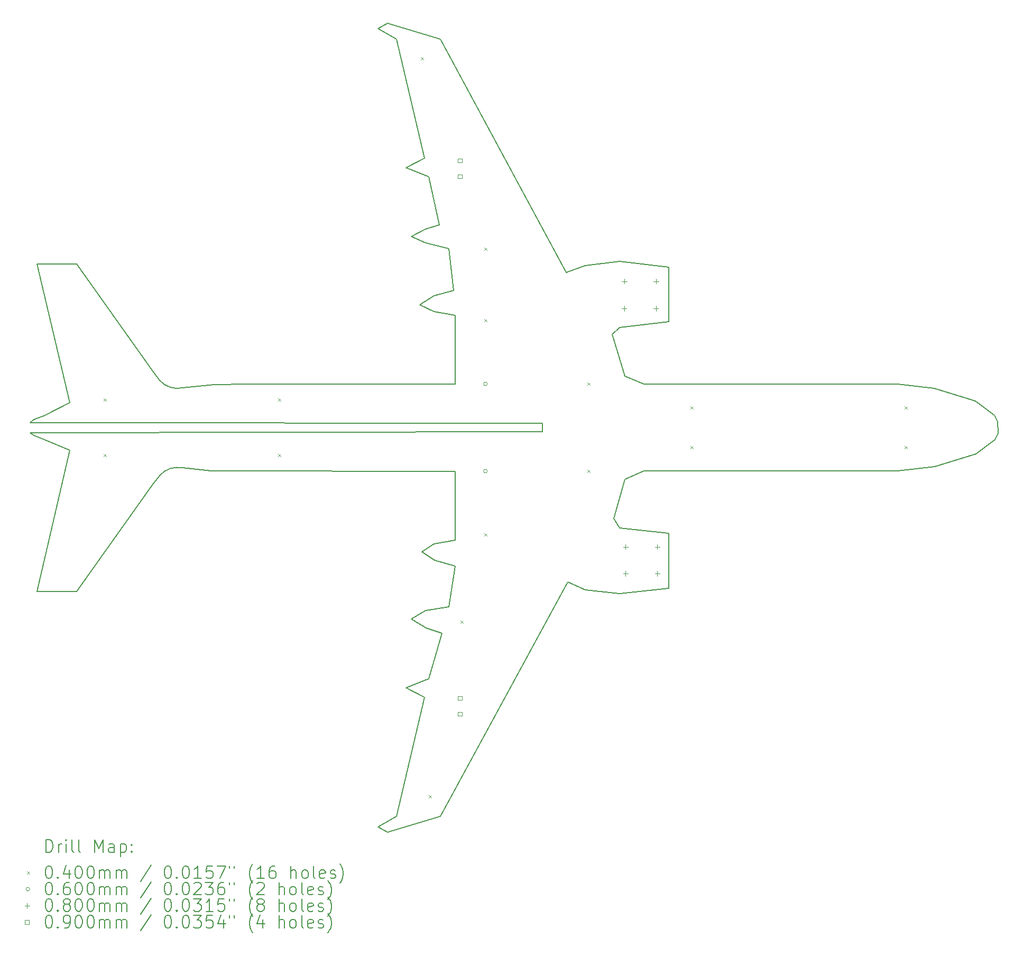
<source format=gbr>
%TF.GenerationSoftware,KiCad,Pcbnew,7.0.10*%
%TF.CreationDate,2024-11-15T17:16:00-05:00*%
%TF.ProjectId,plane,706c616e-652e-46b6-9963-61645f706362,rev?*%
%TF.SameCoordinates,Original*%
%TF.FileFunction,Drillmap*%
%TF.FilePolarity,Positive*%
%FSLAX45Y45*%
G04 Gerber Fmt 4.5, Leading zero omitted, Abs format (unit mm)*
G04 Created by KiCad (PCBNEW 7.0.10) date 2024-11-15 17:16:00*
%MOMM*%
%LPD*%
G01*
G04 APERTURE LIST*
%ADD10C,0.200000*%
%ADD11C,0.100000*%
G04 APERTURE END LIST*
D10*
X10819882Y-12324055D02*
X10819903Y-12190717D01*
X9002465Y-16273703D02*
X9207722Y-15548977D01*
X9207722Y-15548977D02*
X8955581Y-15466344D01*
X8718504Y-15319628D02*
X8955581Y-15466344D01*
X8943922Y-15187487D02*
X8718504Y-15319628D01*
X9424710Y-14056897D02*
X9086332Y-14117476D01*
X8890000Y-14243999D02*
X9086332Y-14117476D01*
X8890000Y-14243999D02*
X9088212Y-14382941D01*
X9425343Y-14471385D02*
X9088212Y-14382941D01*
X17097157Y-12880245D02*
X16509629Y-12953892D01*
X17757557Y-12677045D02*
X17097157Y-12880245D01*
X18113157Y-12346845D02*
X18062357Y-12448445D01*
X18062357Y-12448445D02*
X17757557Y-12677045D01*
X18110200Y-12166600D02*
X18113157Y-12346845D01*
X11938000Y-10769600D02*
X12052594Y-10657862D01*
X12137883Y-11433857D02*
X11938000Y-10769600D01*
X12839406Y-9691047D02*
X12052594Y-9600974D01*
X12839406Y-9691047D02*
X12839406Y-10565281D01*
X9002465Y-8244788D02*
X9169400Y-9017000D01*
X8949255Y-9084762D02*
X9169400Y-9017000D01*
X9086332Y-10150111D02*
X9392284Y-10059384D01*
X9086332Y-10150111D02*
X9086332Y-10150111D01*
X8855021Y-10294732D02*
X9086332Y-10401015D01*
X8855021Y-10294732D02*
X9086332Y-10150111D01*
X9424710Y-12959291D02*
X5511800Y-12949106D01*
X18059400Y-12065000D02*
X18110200Y-12166600D01*
X17754600Y-11836400D02*
X18059400Y-12065000D01*
X17094200Y-11633200D02*
X17754600Y-11836400D01*
X16509629Y-11564599D02*
X17094200Y-11633200D01*
X8631209Y-16421905D02*
X9002465Y-16273703D01*
X4691697Y-11504315D02*
X4583109Y-11368683D01*
X3251200Y-12623800D02*
X2840232Y-12453294D01*
X4691695Y-11504317D02*
G75*
G03*
X5052560Y-11621402I280255J249117D01*
G01*
X2728726Y-9639693D02*
X3251200Y-11861800D01*
X16469763Y-12954000D02*
X16490957Y-12953994D01*
X16509629Y-12953892D01*
X8718504Y-9198862D02*
X8949255Y-9300703D01*
X5511800Y-12949106D02*
X5054600Y-12903200D01*
X8188468Y-5869520D02*
X8482041Y-6042994D01*
X11201400Y-9779000D02*
X11502740Y-9665673D01*
X12839406Y-10565281D02*
X12052594Y-10657862D01*
X3357337Y-9639693D02*
X4583109Y-11368683D01*
X2728726Y-14878798D02*
X3251200Y-12623800D01*
X9424710Y-10461593D02*
X9086332Y-10401015D01*
X9424710Y-14056897D02*
X9424710Y-12959291D01*
X12839406Y-13953210D02*
X12052594Y-13860629D01*
X8943922Y-15187487D02*
X9322726Y-15126101D01*
X8335255Y-18730080D02*
X9182612Y-18475496D01*
X2728726Y-14878798D02*
X3357337Y-14878798D01*
X3357337Y-14878798D02*
X4583109Y-13149808D01*
X6106164Y-11559200D02*
X5561418Y-11574031D01*
X8932251Y-16570762D02*
X8631209Y-16421905D01*
X9424710Y-10461593D02*
X9424710Y-11559200D01*
X3251200Y-11861800D02*
X2835529Y-12066544D01*
X12839406Y-14827444D02*
X12839406Y-13953210D01*
X8482041Y-18475496D02*
X8932251Y-16570762D01*
X11226800Y-14732000D02*
X11502740Y-14852818D01*
X8949255Y-9084762D02*
X8718504Y-9198862D01*
X2835529Y-12066544D02*
X2675948Y-12133115D01*
X16469763Y-11564491D02*
X16490957Y-11564497D01*
X16509629Y-11564599D01*
X2618178Y-12340709D02*
X10819882Y-12324055D01*
X2728726Y-9639693D02*
X3357337Y-9639693D01*
X4693737Y-13020287D02*
X4583109Y-13149808D01*
X5054600Y-12903202D02*
G75*
G03*
X4693737Y-13020287I-80610J-366198D01*
G01*
X5561418Y-11574031D02*
X5052560Y-11621402D01*
X9392284Y-10059384D02*
X9322726Y-9392390D01*
X11502740Y-14852818D02*
X12052594Y-14917517D01*
X8932251Y-7947729D02*
X8631209Y-8096586D01*
X11502740Y-9665673D02*
X12052594Y-9600974D01*
X8188468Y-5869520D02*
X8335255Y-5788411D01*
X12052594Y-13860629D02*
X11963400Y-13716000D01*
X2674222Y-12384041D02*
X2840232Y-12453294D01*
X12137883Y-11433857D02*
X12446000Y-11564491D01*
X11963400Y-13716000D02*
X12137883Y-13084633D01*
X8188468Y-18648971D02*
X8335255Y-18730080D01*
X9425343Y-14471385D02*
X9322726Y-15126101D01*
X9182612Y-6042994D02*
X11201400Y-9779000D01*
X12052594Y-14917517D02*
X12839406Y-14827444D01*
X2675948Y-12133115D02*
X2616979Y-12178709D01*
X8482041Y-6042994D02*
X8932251Y-7947729D01*
X9182612Y-18475496D02*
X11226800Y-14732000D01*
X12446000Y-11564491D02*
X16469763Y-11564491D01*
X8949255Y-9300703D02*
X9322726Y-9392390D01*
X12446000Y-12954000D02*
X16469763Y-12954000D01*
X8335255Y-5788411D02*
X9182612Y-6042994D01*
X2618178Y-12340709D02*
X2674222Y-12384041D01*
X2616979Y-12178709D02*
X10819903Y-12190717D01*
X12137883Y-13084633D02*
X12446000Y-12954000D01*
X8631209Y-8096586D02*
X9002465Y-8244788D01*
X9424710Y-11559200D02*
X6106164Y-11559200D01*
X8188468Y-18648971D02*
X8482041Y-18475496D01*
D11*
X3790000Y-11791000D02*
X3830000Y-11831000D01*
X3830000Y-11791000D02*
X3790000Y-11831000D01*
X3790000Y-12680000D02*
X3830000Y-12720000D01*
X3830000Y-12680000D02*
X3790000Y-12720000D01*
X6584000Y-11791000D02*
X6624000Y-11831000D01*
X6624000Y-11791000D02*
X6584000Y-11831000D01*
X6584000Y-12680000D02*
X6624000Y-12720000D01*
X6624000Y-12680000D02*
X6584000Y-12720000D01*
X8870000Y-6330000D02*
X8910000Y-6370000D01*
X8910000Y-6330000D02*
X8870000Y-6370000D01*
X8997000Y-18141000D02*
X9037000Y-18181000D01*
X9037000Y-18141000D02*
X8997000Y-18181000D01*
X9505000Y-15347000D02*
X9545000Y-15387000D01*
X9545000Y-15347000D02*
X9505000Y-15387000D01*
X9886000Y-9378000D02*
X9926000Y-9418000D01*
X9926000Y-9378000D02*
X9886000Y-9418000D01*
X9886000Y-10521000D02*
X9926000Y-10561000D01*
X9926000Y-10521000D02*
X9886000Y-10561000D01*
X9886000Y-13950000D02*
X9926000Y-13990000D01*
X9926000Y-13950000D02*
X9886000Y-13990000D01*
X11537000Y-11537000D02*
X11577000Y-11577000D01*
X11577000Y-11537000D02*
X11537000Y-11577000D01*
X11537000Y-12934000D02*
X11577000Y-12974000D01*
X11577000Y-12934000D02*
X11537000Y-12974000D01*
X13188000Y-11918000D02*
X13228000Y-11958000D01*
X13228000Y-11918000D02*
X13188000Y-11958000D01*
X13188000Y-12553000D02*
X13228000Y-12593000D01*
X13228000Y-12553000D02*
X13188000Y-12593000D01*
X16617000Y-11918000D02*
X16657000Y-11958000D01*
X16657000Y-11918000D02*
X16617000Y-11958000D01*
X16617000Y-12553000D02*
X16657000Y-12593000D01*
X16657000Y-12553000D02*
X16617000Y-12593000D01*
X9936000Y-11557000D02*
G75*
G03*
X9876000Y-11557000I-30000J0D01*
G01*
X9876000Y-11557000D02*
G75*
G03*
X9936000Y-11557000I30000J0D01*
G01*
X9936000Y-12954000D02*
G75*
G03*
X9876000Y-12954000I-30000J0D01*
G01*
X9876000Y-12954000D02*
G75*
G03*
X9936000Y-12954000I30000J0D01*
G01*
X12128500Y-10310500D02*
X12128500Y-10390500D01*
X12088500Y-10350500D02*
X12168500Y-10350500D01*
X12131616Y-9875509D02*
X12131616Y-9955509D01*
X12091616Y-9915509D02*
X12171616Y-9915509D01*
X12150664Y-14554363D02*
X12150664Y-14634363D01*
X12110664Y-14594363D02*
X12190664Y-14594363D01*
X12150679Y-14127338D02*
X12150679Y-14207338D01*
X12110679Y-14167338D02*
X12190679Y-14167338D01*
X12636500Y-10310500D02*
X12636500Y-10390500D01*
X12596500Y-10350500D02*
X12676500Y-10350500D01*
X12639616Y-9875509D02*
X12639616Y-9955509D01*
X12599616Y-9915509D02*
X12679616Y-9915509D01*
X12658664Y-14554363D02*
X12658664Y-14634363D01*
X12618664Y-14594363D02*
X12698664Y-14594363D01*
X12658679Y-14127338D02*
X12658679Y-14207338D01*
X12618679Y-14167338D02*
X12698679Y-14167338D01*
X9531420Y-8014610D02*
X9531420Y-7950969D01*
X9467780Y-7950969D01*
X9467780Y-8014610D01*
X9531420Y-8014610D01*
X9531420Y-8268610D02*
X9531420Y-8204969D01*
X9467780Y-8204969D01*
X9467780Y-8268610D01*
X9531420Y-8268610D01*
X9531420Y-16618020D02*
X9531420Y-16554380D01*
X9467780Y-16554380D01*
X9467780Y-16618020D01*
X9531420Y-16618020D01*
X9531420Y-16872020D02*
X9531420Y-16808380D01*
X9467780Y-16808380D01*
X9467780Y-16872020D01*
X9531420Y-16872020D01*
D10*
X2867755Y-19051564D02*
X2867755Y-18851564D01*
X2867755Y-18851564D02*
X2915374Y-18851564D01*
X2915374Y-18851564D02*
X2943946Y-18861088D01*
X2943946Y-18861088D02*
X2962994Y-18880135D01*
X2962994Y-18880135D02*
X2972517Y-18899183D01*
X2972517Y-18899183D02*
X2982041Y-18937278D01*
X2982041Y-18937278D02*
X2982041Y-18965849D01*
X2982041Y-18965849D02*
X2972517Y-19003945D01*
X2972517Y-19003945D02*
X2962994Y-19022992D01*
X2962994Y-19022992D02*
X2943946Y-19042040D01*
X2943946Y-19042040D02*
X2915374Y-19051564D01*
X2915374Y-19051564D02*
X2867755Y-19051564D01*
X3067755Y-19051564D02*
X3067755Y-18918230D01*
X3067755Y-18956326D02*
X3077279Y-18937278D01*
X3077279Y-18937278D02*
X3086803Y-18927754D01*
X3086803Y-18927754D02*
X3105851Y-18918230D01*
X3105851Y-18918230D02*
X3124898Y-18918230D01*
X3191565Y-19051564D02*
X3191565Y-18918230D01*
X3191565Y-18851564D02*
X3182041Y-18861088D01*
X3182041Y-18861088D02*
X3191565Y-18870611D01*
X3191565Y-18870611D02*
X3201089Y-18861088D01*
X3201089Y-18861088D02*
X3191565Y-18851564D01*
X3191565Y-18851564D02*
X3191565Y-18870611D01*
X3315374Y-19051564D02*
X3296327Y-19042040D01*
X3296327Y-19042040D02*
X3286803Y-19022992D01*
X3286803Y-19022992D02*
X3286803Y-18851564D01*
X3420136Y-19051564D02*
X3401089Y-19042040D01*
X3401089Y-19042040D02*
X3391565Y-19022992D01*
X3391565Y-19022992D02*
X3391565Y-18851564D01*
X3648708Y-19051564D02*
X3648708Y-18851564D01*
X3648708Y-18851564D02*
X3715375Y-18994421D01*
X3715375Y-18994421D02*
X3782041Y-18851564D01*
X3782041Y-18851564D02*
X3782041Y-19051564D01*
X3962994Y-19051564D02*
X3962994Y-18946802D01*
X3962994Y-18946802D02*
X3953470Y-18927754D01*
X3953470Y-18927754D02*
X3934422Y-18918230D01*
X3934422Y-18918230D02*
X3896327Y-18918230D01*
X3896327Y-18918230D02*
X3877279Y-18927754D01*
X3962994Y-19042040D02*
X3943946Y-19051564D01*
X3943946Y-19051564D02*
X3896327Y-19051564D01*
X3896327Y-19051564D02*
X3877279Y-19042040D01*
X3877279Y-19042040D02*
X3867755Y-19022992D01*
X3867755Y-19022992D02*
X3867755Y-19003945D01*
X3867755Y-19003945D02*
X3877279Y-18984897D01*
X3877279Y-18984897D02*
X3896327Y-18975373D01*
X3896327Y-18975373D02*
X3943946Y-18975373D01*
X3943946Y-18975373D02*
X3962994Y-18965849D01*
X4058232Y-18918230D02*
X4058232Y-19118230D01*
X4058232Y-18927754D02*
X4077279Y-18918230D01*
X4077279Y-18918230D02*
X4115375Y-18918230D01*
X4115375Y-18918230D02*
X4134422Y-18927754D01*
X4134422Y-18927754D02*
X4143946Y-18937278D01*
X4143946Y-18937278D02*
X4153470Y-18956326D01*
X4153470Y-18956326D02*
X4153470Y-19013468D01*
X4153470Y-19013468D02*
X4143946Y-19032516D01*
X4143946Y-19032516D02*
X4134422Y-19042040D01*
X4134422Y-19042040D02*
X4115375Y-19051564D01*
X4115375Y-19051564D02*
X4077279Y-19051564D01*
X4077279Y-19051564D02*
X4058232Y-19042040D01*
X4239184Y-19032516D02*
X4248708Y-19042040D01*
X4248708Y-19042040D02*
X4239184Y-19051564D01*
X4239184Y-19051564D02*
X4229660Y-19042040D01*
X4229660Y-19042040D02*
X4239184Y-19032516D01*
X4239184Y-19032516D02*
X4239184Y-19051564D01*
X4239184Y-18927754D02*
X4248708Y-18937278D01*
X4248708Y-18937278D02*
X4239184Y-18946802D01*
X4239184Y-18946802D02*
X4229660Y-18937278D01*
X4229660Y-18937278D02*
X4239184Y-18927754D01*
X4239184Y-18927754D02*
X4239184Y-18946802D01*
D11*
X2566979Y-19360080D02*
X2606979Y-19400080D01*
X2606979Y-19360080D02*
X2566979Y-19400080D01*
D10*
X2905851Y-19271564D02*
X2924898Y-19271564D01*
X2924898Y-19271564D02*
X2943946Y-19281088D01*
X2943946Y-19281088D02*
X2953470Y-19290611D01*
X2953470Y-19290611D02*
X2962994Y-19309659D01*
X2962994Y-19309659D02*
X2972517Y-19347754D01*
X2972517Y-19347754D02*
X2972517Y-19395373D01*
X2972517Y-19395373D02*
X2962994Y-19433468D01*
X2962994Y-19433468D02*
X2953470Y-19452516D01*
X2953470Y-19452516D02*
X2943946Y-19462040D01*
X2943946Y-19462040D02*
X2924898Y-19471564D01*
X2924898Y-19471564D02*
X2905851Y-19471564D01*
X2905851Y-19471564D02*
X2886803Y-19462040D01*
X2886803Y-19462040D02*
X2877279Y-19452516D01*
X2877279Y-19452516D02*
X2867755Y-19433468D01*
X2867755Y-19433468D02*
X2858232Y-19395373D01*
X2858232Y-19395373D02*
X2858232Y-19347754D01*
X2858232Y-19347754D02*
X2867755Y-19309659D01*
X2867755Y-19309659D02*
X2877279Y-19290611D01*
X2877279Y-19290611D02*
X2886803Y-19281088D01*
X2886803Y-19281088D02*
X2905851Y-19271564D01*
X3058232Y-19452516D02*
X3067755Y-19462040D01*
X3067755Y-19462040D02*
X3058232Y-19471564D01*
X3058232Y-19471564D02*
X3048708Y-19462040D01*
X3048708Y-19462040D02*
X3058232Y-19452516D01*
X3058232Y-19452516D02*
X3058232Y-19471564D01*
X3239184Y-19338230D02*
X3239184Y-19471564D01*
X3191565Y-19262040D02*
X3143946Y-19404897D01*
X3143946Y-19404897D02*
X3267755Y-19404897D01*
X3382041Y-19271564D02*
X3401089Y-19271564D01*
X3401089Y-19271564D02*
X3420136Y-19281088D01*
X3420136Y-19281088D02*
X3429660Y-19290611D01*
X3429660Y-19290611D02*
X3439184Y-19309659D01*
X3439184Y-19309659D02*
X3448708Y-19347754D01*
X3448708Y-19347754D02*
X3448708Y-19395373D01*
X3448708Y-19395373D02*
X3439184Y-19433468D01*
X3439184Y-19433468D02*
X3429660Y-19452516D01*
X3429660Y-19452516D02*
X3420136Y-19462040D01*
X3420136Y-19462040D02*
X3401089Y-19471564D01*
X3401089Y-19471564D02*
X3382041Y-19471564D01*
X3382041Y-19471564D02*
X3362994Y-19462040D01*
X3362994Y-19462040D02*
X3353470Y-19452516D01*
X3353470Y-19452516D02*
X3343946Y-19433468D01*
X3343946Y-19433468D02*
X3334422Y-19395373D01*
X3334422Y-19395373D02*
X3334422Y-19347754D01*
X3334422Y-19347754D02*
X3343946Y-19309659D01*
X3343946Y-19309659D02*
X3353470Y-19290611D01*
X3353470Y-19290611D02*
X3362994Y-19281088D01*
X3362994Y-19281088D02*
X3382041Y-19271564D01*
X3572517Y-19271564D02*
X3591565Y-19271564D01*
X3591565Y-19271564D02*
X3610613Y-19281088D01*
X3610613Y-19281088D02*
X3620136Y-19290611D01*
X3620136Y-19290611D02*
X3629660Y-19309659D01*
X3629660Y-19309659D02*
X3639184Y-19347754D01*
X3639184Y-19347754D02*
X3639184Y-19395373D01*
X3639184Y-19395373D02*
X3629660Y-19433468D01*
X3629660Y-19433468D02*
X3620136Y-19452516D01*
X3620136Y-19452516D02*
X3610613Y-19462040D01*
X3610613Y-19462040D02*
X3591565Y-19471564D01*
X3591565Y-19471564D02*
X3572517Y-19471564D01*
X3572517Y-19471564D02*
X3553470Y-19462040D01*
X3553470Y-19462040D02*
X3543946Y-19452516D01*
X3543946Y-19452516D02*
X3534422Y-19433468D01*
X3534422Y-19433468D02*
X3524898Y-19395373D01*
X3524898Y-19395373D02*
X3524898Y-19347754D01*
X3524898Y-19347754D02*
X3534422Y-19309659D01*
X3534422Y-19309659D02*
X3543946Y-19290611D01*
X3543946Y-19290611D02*
X3553470Y-19281088D01*
X3553470Y-19281088D02*
X3572517Y-19271564D01*
X3724898Y-19471564D02*
X3724898Y-19338230D01*
X3724898Y-19357278D02*
X3734422Y-19347754D01*
X3734422Y-19347754D02*
X3753470Y-19338230D01*
X3753470Y-19338230D02*
X3782041Y-19338230D01*
X3782041Y-19338230D02*
X3801089Y-19347754D01*
X3801089Y-19347754D02*
X3810613Y-19366802D01*
X3810613Y-19366802D02*
X3810613Y-19471564D01*
X3810613Y-19366802D02*
X3820136Y-19347754D01*
X3820136Y-19347754D02*
X3839184Y-19338230D01*
X3839184Y-19338230D02*
X3867755Y-19338230D01*
X3867755Y-19338230D02*
X3886803Y-19347754D01*
X3886803Y-19347754D02*
X3896327Y-19366802D01*
X3896327Y-19366802D02*
X3896327Y-19471564D01*
X3991565Y-19471564D02*
X3991565Y-19338230D01*
X3991565Y-19357278D02*
X4001089Y-19347754D01*
X4001089Y-19347754D02*
X4020136Y-19338230D01*
X4020136Y-19338230D02*
X4048708Y-19338230D01*
X4048708Y-19338230D02*
X4067756Y-19347754D01*
X4067756Y-19347754D02*
X4077279Y-19366802D01*
X4077279Y-19366802D02*
X4077279Y-19471564D01*
X4077279Y-19366802D02*
X4086803Y-19347754D01*
X4086803Y-19347754D02*
X4105851Y-19338230D01*
X4105851Y-19338230D02*
X4134422Y-19338230D01*
X4134422Y-19338230D02*
X4153470Y-19347754D01*
X4153470Y-19347754D02*
X4162994Y-19366802D01*
X4162994Y-19366802D02*
X4162994Y-19471564D01*
X4553470Y-19262040D02*
X4382041Y-19519183D01*
X4810613Y-19271564D02*
X4829661Y-19271564D01*
X4829661Y-19271564D02*
X4848708Y-19281088D01*
X4848708Y-19281088D02*
X4858232Y-19290611D01*
X4858232Y-19290611D02*
X4867756Y-19309659D01*
X4867756Y-19309659D02*
X4877280Y-19347754D01*
X4877280Y-19347754D02*
X4877280Y-19395373D01*
X4877280Y-19395373D02*
X4867756Y-19433468D01*
X4867756Y-19433468D02*
X4858232Y-19452516D01*
X4858232Y-19452516D02*
X4848708Y-19462040D01*
X4848708Y-19462040D02*
X4829661Y-19471564D01*
X4829661Y-19471564D02*
X4810613Y-19471564D01*
X4810613Y-19471564D02*
X4791565Y-19462040D01*
X4791565Y-19462040D02*
X4782041Y-19452516D01*
X4782041Y-19452516D02*
X4772518Y-19433468D01*
X4772518Y-19433468D02*
X4762994Y-19395373D01*
X4762994Y-19395373D02*
X4762994Y-19347754D01*
X4762994Y-19347754D02*
X4772518Y-19309659D01*
X4772518Y-19309659D02*
X4782041Y-19290611D01*
X4782041Y-19290611D02*
X4791565Y-19281088D01*
X4791565Y-19281088D02*
X4810613Y-19271564D01*
X4962994Y-19452516D02*
X4972518Y-19462040D01*
X4972518Y-19462040D02*
X4962994Y-19471564D01*
X4962994Y-19471564D02*
X4953470Y-19462040D01*
X4953470Y-19462040D02*
X4962994Y-19452516D01*
X4962994Y-19452516D02*
X4962994Y-19471564D01*
X5096327Y-19271564D02*
X5115375Y-19271564D01*
X5115375Y-19271564D02*
X5134422Y-19281088D01*
X5134422Y-19281088D02*
X5143946Y-19290611D01*
X5143946Y-19290611D02*
X5153470Y-19309659D01*
X5153470Y-19309659D02*
X5162994Y-19347754D01*
X5162994Y-19347754D02*
X5162994Y-19395373D01*
X5162994Y-19395373D02*
X5153470Y-19433468D01*
X5153470Y-19433468D02*
X5143946Y-19452516D01*
X5143946Y-19452516D02*
X5134422Y-19462040D01*
X5134422Y-19462040D02*
X5115375Y-19471564D01*
X5115375Y-19471564D02*
X5096327Y-19471564D01*
X5096327Y-19471564D02*
X5077280Y-19462040D01*
X5077280Y-19462040D02*
X5067756Y-19452516D01*
X5067756Y-19452516D02*
X5058232Y-19433468D01*
X5058232Y-19433468D02*
X5048708Y-19395373D01*
X5048708Y-19395373D02*
X5048708Y-19347754D01*
X5048708Y-19347754D02*
X5058232Y-19309659D01*
X5058232Y-19309659D02*
X5067756Y-19290611D01*
X5067756Y-19290611D02*
X5077280Y-19281088D01*
X5077280Y-19281088D02*
X5096327Y-19271564D01*
X5353470Y-19471564D02*
X5239184Y-19471564D01*
X5296327Y-19471564D02*
X5296327Y-19271564D01*
X5296327Y-19271564D02*
X5277280Y-19300135D01*
X5277280Y-19300135D02*
X5258232Y-19319183D01*
X5258232Y-19319183D02*
X5239184Y-19328707D01*
X5534422Y-19271564D02*
X5439184Y-19271564D01*
X5439184Y-19271564D02*
X5429661Y-19366802D01*
X5429661Y-19366802D02*
X5439184Y-19357278D01*
X5439184Y-19357278D02*
X5458232Y-19347754D01*
X5458232Y-19347754D02*
X5505851Y-19347754D01*
X5505851Y-19347754D02*
X5524899Y-19357278D01*
X5524899Y-19357278D02*
X5534422Y-19366802D01*
X5534422Y-19366802D02*
X5543946Y-19385849D01*
X5543946Y-19385849D02*
X5543946Y-19433468D01*
X5543946Y-19433468D02*
X5534422Y-19452516D01*
X5534422Y-19452516D02*
X5524899Y-19462040D01*
X5524899Y-19462040D02*
X5505851Y-19471564D01*
X5505851Y-19471564D02*
X5458232Y-19471564D01*
X5458232Y-19471564D02*
X5439184Y-19462040D01*
X5439184Y-19462040D02*
X5429661Y-19452516D01*
X5610613Y-19271564D02*
X5743946Y-19271564D01*
X5743946Y-19271564D02*
X5658232Y-19471564D01*
X5810613Y-19271564D02*
X5810613Y-19309659D01*
X5886803Y-19271564D02*
X5886803Y-19309659D01*
X6182042Y-19547754D02*
X6172518Y-19538230D01*
X6172518Y-19538230D02*
X6153470Y-19509659D01*
X6153470Y-19509659D02*
X6143946Y-19490611D01*
X6143946Y-19490611D02*
X6134422Y-19462040D01*
X6134422Y-19462040D02*
X6124899Y-19414421D01*
X6124899Y-19414421D02*
X6124899Y-19376326D01*
X6124899Y-19376326D02*
X6134422Y-19328707D01*
X6134422Y-19328707D02*
X6143946Y-19300135D01*
X6143946Y-19300135D02*
X6153470Y-19281088D01*
X6153470Y-19281088D02*
X6172518Y-19252516D01*
X6172518Y-19252516D02*
X6182042Y-19242992D01*
X6362994Y-19471564D02*
X6248708Y-19471564D01*
X6305851Y-19471564D02*
X6305851Y-19271564D01*
X6305851Y-19271564D02*
X6286803Y-19300135D01*
X6286803Y-19300135D02*
X6267756Y-19319183D01*
X6267756Y-19319183D02*
X6248708Y-19328707D01*
X6534422Y-19271564D02*
X6496327Y-19271564D01*
X6496327Y-19271564D02*
X6477280Y-19281088D01*
X6477280Y-19281088D02*
X6467756Y-19290611D01*
X6467756Y-19290611D02*
X6448708Y-19319183D01*
X6448708Y-19319183D02*
X6439184Y-19357278D01*
X6439184Y-19357278D02*
X6439184Y-19433468D01*
X6439184Y-19433468D02*
X6448708Y-19452516D01*
X6448708Y-19452516D02*
X6458232Y-19462040D01*
X6458232Y-19462040D02*
X6477280Y-19471564D01*
X6477280Y-19471564D02*
X6515375Y-19471564D01*
X6515375Y-19471564D02*
X6534422Y-19462040D01*
X6534422Y-19462040D02*
X6543946Y-19452516D01*
X6543946Y-19452516D02*
X6553470Y-19433468D01*
X6553470Y-19433468D02*
X6553470Y-19385849D01*
X6553470Y-19385849D02*
X6543946Y-19366802D01*
X6543946Y-19366802D02*
X6534422Y-19357278D01*
X6534422Y-19357278D02*
X6515375Y-19347754D01*
X6515375Y-19347754D02*
X6477280Y-19347754D01*
X6477280Y-19347754D02*
X6458232Y-19357278D01*
X6458232Y-19357278D02*
X6448708Y-19366802D01*
X6448708Y-19366802D02*
X6439184Y-19385849D01*
X6791565Y-19471564D02*
X6791565Y-19271564D01*
X6877280Y-19471564D02*
X6877280Y-19366802D01*
X6877280Y-19366802D02*
X6867756Y-19347754D01*
X6867756Y-19347754D02*
X6848708Y-19338230D01*
X6848708Y-19338230D02*
X6820137Y-19338230D01*
X6820137Y-19338230D02*
X6801089Y-19347754D01*
X6801089Y-19347754D02*
X6791565Y-19357278D01*
X7001089Y-19471564D02*
X6982042Y-19462040D01*
X6982042Y-19462040D02*
X6972518Y-19452516D01*
X6972518Y-19452516D02*
X6962994Y-19433468D01*
X6962994Y-19433468D02*
X6962994Y-19376326D01*
X6962994Y-19376326D02*
X6972518Y-19357278D01*
X6972518Y-19357278D02*
X6982042Y-19347754D01*
X6982042Y-19347754D02*
X7001089Y-19338230D01*
X7001089Y-19338230D02*
X7029661Y-19338230D01*
X7029661Y-19338230D02*
X7048708Y-19347754D01*
X7048708Y-19347754D02*
X7058232Y-19357278D01*
X7058232Y-19357278D02*
X7067756Y-19376326D01*
X7067756Y-19376326D02*
X7067756Y-19433468D01*
X7067756Y-19433468D02*
X7058232Y-19452516D01*
X7058232Y-19452516D02*
X7048708Y-19462040D01*
X7048708Y-19462040D02*
X7029661Y-19471564D01*
X7029661Y-19471564D02*
X7001089Y-19471564D01*
X7182042Y-19471564D02*
X7162994Y-19462040D01*
X7162994Y-19462040D02*
X7153470Y-19442992D01*
X7153470Y-19442992D02*
X7153470Y-19271564D01*
X7334423Y-19462040D02*
X7315375Y-19471564D01*
X7315375Y-19471564D02*
X7277280Y-19471564D01*
X7277280Y-19471564D02*
X7258232Y-19462040D01*
X7258232Y-19462040D02*
X7248708Y-19442992D01*
X7248708Y-19442992D02*
X7248708Y-19366802D01*
X7248708Y-19366802D02*
X7258232Y-19347754D01*
X7258232Y-19347754D02*
X7277280Y-19338230D01*
X7277280Y-19338230D02*
X7315375Y-19338230D01*
X7315375Y-19338230D02*
X7334423Y-19347754D01*
X7334423Y-19347754D02*
X7343946Y-19366802D01*
X7343946Y-19366802D02*
X7343946Y-19385849D01*
X7343946Y-19385849D02*
X7248708Y-19404897D01*
X7420137Y-19462040D02*
X7439184Y-19471564D01*
X7439184Y-19471564D02*
X7477280Y-19471564D01*
X7477280Y-19471564D02*
X7496327Y-19462040D01*
X7496327Y-19462040D02*
X7505851Y-19442992D01*
X7505851Y-19442992D02*
X7505851Y-19433468D01*
X7505851Y-19433468D02*
X7496327Y-19414421D01*
X7496327Y-19414421D02*
X7477280Y-19404897D01*
X7477280Y-19404897D02*
X7448708Y-19404897D01*
X7448708Y-19404897D02*
X7429661Y-19395373D01*
X7429661Y-19395373D02*
X7420137Y-19376326D01*
X7420137Y-19376326D02*
X7420137Y-19366802D01*
X7420137Y-19366802D02*
X7429661Y-19347754D01*
X7429661Y-19347754D02*
X7448708Y-19338230D01*
X7448708Y-19338230D02*
X7477280Y-19338230D01*
X7477280Y-19338230D02*
X7496327Y-19347754D01*
X7572518Y-19547754D02*
X7582042Y-19538230D01*
X7582042Y-19538230D02*
X7601089Y-19509659D01*
X7601089Y-19509659D02*
X7610613Y-19490611D01*
X7610613Y-19490611D02*
X7620137Y-19462040D01*
X7620137Y-19462040D02*
X7629661Y-19414421D01*
X7629661Y-19414421D02*
X7629661Y-19376326D01*
X7629661Y-19376326D02*
X7620137Y-19328707D01*
X7620137Y-19328707D02*
X7610613Y-19300135D01*
X7610613Y-19300135D02*
X7601089Y-19281088D01*
X7601089Y-19281088D02*
X7582042Y-19252516D01*
X7582042Y-19252516D02*
X7572518Y-19242992D01*
D11*
X2606979Y-19644080D02*
G75*
G03*
X2546979Y-19644080I-30000J0D01*
G01*
X2546979Y-19644080D02*
G75*
G03*
X2606979Y-19644080I30000J0D01*
G01*
D10*
X2905851Y-19535564D02*
X2924898Y-19535564D01*
X2924898Y-19535564D02*
X2943946Y-19545088D01*
X2943946Y-19545088D02*
X2953470Y-19554611D01*
X2953470Y-19554611D02*
X2962994Y-19573659D01*
X2962994Y-19573659D02*
X2972517Y-19611754D01*
X2972517Y-19611754D02*
X2972517Y-19659373D01*
X2972517Y-19659373D02*
X2962994Y-19697468D01*
X2962994Y-19697468D02*
X2953470Y-19716516D01*
X2953470Y-19716516D02*
X2943946Y-19726040D01*
X2943946Y-19726040D02*
X2924898Y-19735564D01*
X2924898Y-19735564D02*
X2905851Y-19735564D01*
X2905851Y-19735564D02*
X2886803Y-19726040D01*
X2886803Y-19726040D02*
X2877279Y-19716516D01*
X2877279Y-19716516D02*
X2867755Y-19697468D01*
X2867755Y-19697468D02*
X2858232Y-19659373D01*
X2858232Y-19659373D02*
X2858232Y-19611754D01*
X2858232Y-19611754D02*
X2867755Y-19573659D01*
X2867755Y-19573659D02*
X2877279Y-19554611D01*
X2877279Y-19554611D02*
X2886803Y-19545088D01*
X2886803Y-19545088D02*
X2905851Y-19535564D01*
X3058232Y-19716516D02*
X3067755Y-19726040D01*
X3067755Y-19726040D02*
X3058232Y-19735564D01*
X3058232Y-19735564D02*
X3048708Y-19726040D01*
X3048708Y-19726040D02*
X3058232Y-19716516D01*
X3058232Y-19716516D02*
X3058232Y-19735564D01*
X3239184Y-19535564D02*
X3201089Y-19535564D01*
X3201089Y-19535564D02*
X3182041Y-19545088D01*
X3182041Y-19545088D02*
X3172517Y-19554611D01*
X3172517Y-19554611D02*
X3153470Y-19583183D01*
X3153470Y-19583183D02*
X3143946Y-19621278D01*
X3143946Y-19621278D02*
X3143946Y-19697468D01*
X3143946Y-19697468D02*
X3153470Y-19716516D01*
X3153470Y-19716516D02*
X3162994Y-19726040D01*
X3162994Y-19726040D02*
X3182041Y-19735564D01*
X3182041Y-19735564D02*
X3220136Y-19735564D01*
X3220136Y-19735564D02*
X3239184Y-19726040D01*
X3239184Y-19726040D02*
X3248708Y-19716516D01*
X3248708Y-19716516D02*
X3258232Y-19697468D01*
X3258232Y-19697468D02*
X3258232Y-19649849D01*
X3258232Y-19649849D02*
X3248708Y-19630802D01*
X3248708Y-19630802D02*
X3239184Y-19621278D01*
X3239184Y-19621278D02*
X3220136Y-19611754D01*
X3220136Y-19611754D02*
X3182041Y-19611754D01*
X3182041Y-19611754D02*
X3162994Y-19621278D01*
X3162994Y-19621278D02*
X3153470Y-19630802D01*
X3153470Y-19630802D02*
X3143946Y-19649849D01*
X3382041Y-19535564D02*
X3401089Y-19535564D01*
X3401089Y-19535564D02*
X3420136Y-19545088D01*
X3420136Y-19545088D02*
X3429660Y-19554611D01*
X3429660Y-19554611D02*
X3439184Y-19573659D01*
X3439184Y-19573659D02*
X3448708Y-19611754D01*
X3448708Y-19611754D02*
X3448708Y-19659373D01*
X3448708Y-19659373D02*
X3439184Y-19697468D01*
X3439184Y-19697468D02*
X3429660Y-19716516D01*
X3429660Y-19716516D02*
X3420136Y-19726040D01*
X3420136Y-19726040D02*
X3401089Y-19735564D01*
X3401089Y-19735564D02*
X3382041Y-19735564D01*
X3382041Y-19735564D02*
X3362994Y-19726040D01*
X3362994Y-19726040D02*
X3353470Y-19716516D01*
X3353470Y-19716516D02*
X3343946Y-19697468D01*
X3343946Y-19697468D02*
X3334422Y-19659373D01*
X3334422Y-19659373D02*
X3334422Y-19611754D01*
X3334422Y-19611754D02*
X3343946Y-19573659D01*
X3343946Y-19573659D02*
X3353470Y-19554611D01*
X3353470Y-19554611D02*
X3362994Y-19545088D01*
X3362994Y-19545088D02*
X3382041Y-19535564D01*
X3572517Y-19535564D02*
X3591565Y-19535564D01*
X3591565Y-19535564D02*
X3610613Y-19545088D01*
X3610613Y-19545088D02*
X3620136Y-19554611D01*
X3620136Y-19554611D02*
X3629660Y-19573659D01*
X3629660Y-19573659D02*
X3639184Y-19611754D01*
X3639184Y-19611754D02*
X3639184Y-19659373D01*
X3639184Y-19659373D02*
X3629660Y-19697468D01*
X3629660Y-19697468D02*
X3620136Y-19716516D01*
X3620136Y-19716516D02*
X3610613Y-19726040D01*
X3610613Y-19726040D02*
X3591565Y-19735564D01*
X3591565Y-19735564D02*
X3572517Y-19735564D01*
X3572517Y-19735564D02*
X3553470Y-19726040D01*
X3553470Y-19726040D02*
X3543946Y-19716516D01*
X3543946Y-19716516D02*
X3534422Y-19697468D01*
X3534422Y-19697468D02*
X3524898Y-19659373D01*
X3524898Y-19659373D02*
X3524898Y-19611754D01*
X3524898Y-19611754D02*
X3534422Y-19573659D01*
X3534422Y-19573659D02*
X3543946Y-19554611D01*
X3543946Y-19554611D02*
X3553470Y-19545088D01*
X3553470Y-19545088D02*
X3572517Y-19535564D01*
X3724898Y-19735564D02*
X3724898Y-19602230D01*
X3724898Y-19621278D02*
X3734422Y-19611754D01*
X3734422Y-19611754D02*
X3753470Y-19602230D01*
X3753470Y-19602230D02*
X3782041Y-19602230D01*
X3782041Y-19602230D02*
X3801089Y-19611754D01*
X3801089Y-19611754D02*
X3810613Y-19630802D01*
X3810613Y-19630802D02*
X3810613Y-19735564D01*
X3810613Y-19630802D02*
X3820136Y-19611754D01*
X3820136Y-19611754D02*
X3839184Y-19602230D01*
X3839184Y-19602230D02*
X3867755Y-19602230D01*
X3867755Y-19602230D02*
X3886803Y-19611754D01*
X3886803Y-19611754D02*
X3896327Y-19630802D01*
X3896327Y-19630802D02*
X3896327Y-19735564D01*
X3991565Y-19735564D02*
X3991565Y-19602230D01*
X3991565Y-19621278D02*
X4001089Y-19611754D01*
X4001089Y-19611754D02*
X4020136Y-19602230D01*
X4020136Y-19602230D02*
X4048708Y-19602230D01*
X4048708Y-19602230D02*
X4067756Y-19611754D01*
X4067756Y-19611754D02*
X4077279Y-19630802D01*
X4077279Y-19630802D02*
X4077279Y-19735564D01*
X4077279Y-19630802D02*
X4086803Y-19611754D01*
X4086803Y-19611754D02*
X4105851Y-19602230D01*
X4105851Y-19602230D02*
X4134422Y-19602230D01*
X4134422Y-19602230D02*
X4153470Y-19611754D01*
X4153470Y-19611754D02*
X4162994Y-19630802D01*
X4162994Y-19630802D02*
X4162994Y-19735564D01*
X4553470Y-19526040D02*
X4382041Y-19783183D01*
X4810613Y-19535564D02*
X4829661Y-19535564D01*
X4829661Y-19535564D02*
X4848708Y-19545088D01*
X4848708Y-19545088D02*
X4858232Y-19554611D01*
X4858232Y-19554611D02*
X4867756Y-19573659D01*
X4867756Y-19573659D02*
X4877280Y-19611754D01*
X4877280Y-19611754D02*
X4877280Y-19659373D01*
X4877280Y-19659373D02*
X4867756Y-19697468D01*
X4867756Y-19697468D02*
X4858232Y-19716516D01*
X4858232Y-19716516D02*
X4848708Y-19726040D01*
X4848708Y-19726040D02*
X4829661Y-19735564D01*
X4829661Y-19735564D02*
X4810613Y-19735564D01*
X4810613Y-19735564D02*
X4791565Y-19726040D01*
X4791565Y-19726040D02*
X4782041Y-19716516D01*
X4782041Y-19716516D02*
X4772518Y-19697468D01*
X4772518Y-19697468D02*
X4762994Y-19659373D01*
X4762994Y-19659373D02*
X4762994Y-19611754D01*
X4762994Y-19611754D02*
X4772518Y-19573659D01*
X4772518Y-19573659D02*
X4782041Y-19554611D01*
X4782041Y-19554611D02*
X4791565Y-19545088D01*
X4791565Y-19545088D02*
X4810613Y-19535564D01*
X4962994Y-19716516D02*
X4972518Y-19726040D01*
X4972518Y-19726040D02*
X4962994Y-19735564D01*
X4962994Y-19735564D02*
X4953470Y-19726040D01*
X4953470Y-19726040D02*
X4962994Y-19716516D01*
X4962994Y-19716516D02*
X4962994Y-19735564D01*
X5096327Y-19535564D02*
X5115375Y-19535564D01*
X5115375Y-19535564D02*
X5134422Y-19545088D01*
X5134422Y-19545088D02*
X5143946Y-19554611D01*
X5143946Y-19554611D02*
X5153470Y-19573659D01*
X5153470Y-19573659D02*
X5162994Y-19611754D01*
X5162994Y-19611754D02*
X5162994Y-19659373D01*
X5162994Y-19659373D02*
X5153470Y-19697468D01*
X5153470Y-19697468D02*
X5143946Y-19716516D01*
X5143946Y-19716516D02*
X5134422Y-19726040D01*
X5134422Y-19726040D02*
X5115375Y-19735564D01*
X5115375Y-19735564D02*
X5096327Y-19735564D01*
X5096327Y-19735564D02*
X5077280Y-19726040D01*
X5077280Y-19726040D02*
X5067756Y-19716516D01*
X5067756Y-19716516D02*
X5058232Y-19697468D01*
X5058232Y-19697468D02*
X5048708Y-19659373D01*
X5048708Y-19659373D02*
X5048708Y-19611754D01*
X5048708Y-19611754D02*
X5058232Y-19573659D01*
X5058232Y-19573659D02*
X5067756Y-19554611D01*
X5067756Y-19554611D02*
X5077280Y-19545088D01*
X5077280Y-19545088D02*
X5096327Y-19535564D01*
X5239184Y-19554611D02*
X5248708Y-19545088D01*
X5248708Y-19545088D02*
X5267756Y-19535564D01*
X5267756Y-19535564D02*
X5315375Y-19535564D01*
X5315375Y-19535564D02*
X5334422Y-19545088D01*
X5334422Y-19545088D02*
X5343946Y-19554611D01*
X5343946Y-19554611D02*
X5353470Y-19573659D01*
X5353470Y-19573659D02*
X5353470Y-19592707D01*
X5353470Y-19592707D02*
X5343946Y-19621278D01*
X5343946Y-19621278D02*
X5229661Y-19735564D01*
X5229661Y-19735564D02*
X5353470Y-19735564D01*
X5420137Y-19535564D02*
X5543946Y-19535564D01*
X5543946Y-19535564D02*
X5477280Y-19611754D01*
X5477280Y-19611754D02*
X5505851Y-19611754D01*
X5505851Y-19611754D02*
X5524899Y-19621278D01*
X5524899Y-19621278D02*
X5534422Y-19630802D01*
X5534422Y-19630802D02*
X5543946Y-19649849D01*
X5543946Y-19649849D02*
X5543946Y-19697468D01*
X5543946Y-19697468D02*
X5534422Y-19716516D01*
X5534422Y-19716516D02*
X5524899Y-19726040D01*
X5524899Y-19726040D02*
X5505851Y-19735564D01*
X5505851Y-19735564D02*
X5448708Y-19735564D01*
X5448708Y-19735564D02*
X5429661Y-19726040D01*
X5429661Y-19726040D02*
X5420137Y-19716516D01*
X5715375Y-19535564D02*
X5677279Y-19535564D01*
X5677279Y-19535564D02*
X5658232Y-19545088D01*
X5658232Y-19545088D02*
X5648708Y-19554611D01*
X5648708Y-19554611D02*
X5629660Y-19583183D01*
X5629660Y-19583183D02*
X5620137Y-19621278D01*
X5620137Y-19621278D02*
X5620137Y-19697468D01*
X5620137Y-19697468D02*
X5629660Y-19716516D01*
X5629660Y-19716516D02*
X5639184Y-19726040D01*
X5639184Y-19726040D02*
X5658232Y-19735564D01*
X5658232Y-19735564D02*
X5696327Y-19735564D01*
X5696327Y-19735564D02*
X5715375Y-19726040D01*
X5715375Y-19726040D02*
X5724899Y-19716516D01*
X5724899Y-19716516D02*
X5734422Y-19697468D01*
X5734422Y-19697468D02*
X5734422Y-19649849D01*
X5734422Y-19649849D02*
X5724899Y-19630802D01*
X5724899Y-19630802D02*
X5715375Y-19621278D01*
X5715375Y-19621278D02*
X5696327Y-19611754D01*
X5696327Y-19611754D02*
X5658232Y-19611754D01*
X5658232Y-19611754D02*
X5639184Y-19621278D01*
X5639184Y-19621278D02*
X5629660Y-19630802D01*
X5629660Y-19630802D02*
X5620137Y-19649849D01*
X5810613Y-19535564D02*
X5810613Y-19573659D01*
X5886803Y-19535564D02*
X5886803Y-19573659D01*
X6182042Y-19811754D02*
X6172518Y-19802230D01*
X6172518Y-19802230D02*
X6153470Y-19773659D01*
X6153470Y-19773659D02*
X6143946Y-19754611D01*
X6143946Y-19754611D02*
X6134422Y-19726040D01*
X6134422Y-19726040D02*
X6124899Y-19678421D01*
X6124899Y-19678421D02*
X6124899Y-19640326D01*
X6124899Y-19640326D02*
X6134422Y-19592707D01*
X6134422Y-19592707D02*
X6143946Y-19564135D01*
X6143946Y-19564135D02*
X6153470Y-19545088D01*
X6153470Y-19545088D02*
X6172518Y-19516516D01*
X6172518Y-19516516D02*
X6182042Y-19506992D01*
X6248708Y-19554611D02*
X6258232Y-19545088D01*
X6258232Y-19545088D02*
X6277280Y-19535564D01*
X6277280Y-19535564D02*
X6324899Y-19535564D01*
X6324899Y-19535564D02*
X6343946Y-19545088D01*
X6343946Y-19545088D02*
X6353470Y-19554611D01*
X6353470Y-19554611D02*
X6362994Y-19573659D01*
X6362994Y-19573659D02*
X6362994Y-19592707D01*
X6362994Y-19592707D02*
X6353470Y-19621278D01*
X6353470Y-19621278D02*
X6239184Y-19735564D01*
X6239184Y-19735564D02*
X6362994Y-19735564D01*
X6601089Y-19735564D02*
X6601089Y-19535564D01*
X6686803Y-19735564D02*
X6686803Y-19630802D01*
X6686803Y-19630802D02*
X6677280Y-19611754D01*
X6677280Y-19611754D02*
X6658232Y-19602230D01*
X6658232Y-19602230D02*
X6629661Y-19602230D01*
X6629661Y-19602230D02*
X6610613Y-19611754D01*
X6610613Y-19611754D02*
X6601089Y-19621278D01*
X6810613Y-19735564D02*
X6791565Y-19726040D01*
X6791565Y-19726040D02*
X6782042Y-19716516D01*
X6782042Y-19716516D02*
X6772518Y-19697468D01*
X6772518Y-19697468D02*
X6772518Y-19640326D01*
X6772518Y-19640326D02*
X6782042Y-19621278D01*
X6782042Y-19621278D02*
X6791565Y-19611754D01*
X6791565Y-19611754D02*
X6810613Y-19602230D01*
X6810613Y-19602230D02*
X6839184Y-19602230D01*
X6839184Y-19602230D02*
X6858232Y-19611754D01*
X6858232Y-19611754D02*
X6867756Y-19621278D01*
X6867756Y-19621278D02*
X6877280Y-19640326D01*
X6877280Y-19640326D02*
X6877280Y-19697468D01*
X6877280Y-19697468D02*
X6867756Y-19716516D01*
X6867756Y-19716516D02*
X6858232Y-19726040D01*
X6858232Y-19726040D02*
X6839184Y-19735564D01*
X6839184Y-19735564D02*
X6810613Y-19735564D01*
X6991565Y-19735564D02*
X6972518Y-19726040D01*
X6972518Y-19726040D02*
X6962994Y-19706992D01*
X6962994Y-19706992D02*
X6962994Y-19535564D01*
X7143946Y-19726040D02*
X7124899Y-19735564D01*
X7124899Y-19735564D02*
X7086803Y-19735564D01*
X7086803Y-19735564D02*
X7067756Y-19726040D01*
X7067756Y-19726040D02*
X7058232Y-19706992D01*
X7058232Y-19706992D02*
X7058232Y-19630802D01*
X7058232Y-19630802D02*
X7067756Y-19611754D01*
X7067756Y-19611754D02*
X7086803Y-19602230D01*
X7086803Y-19602230D02*
X7124899Y-19602230D01*
X7124899Y-19602230D02*
X7143946Y-19611754D01*
X7143946Y-19611754D02*
X7153470Y-19630802D01*
X7153470Y-19630802D02*
X7153470Y-19649849D01*
X7153470Y-19649849D02*
X7058232Y-19668897D01*
X7229661Y-19726040D02*
X7248708Y-19735564D01*
X7248708Y-19735564D02*
X7286803Y-19735564D01*
X7286803Y-19735564D02*
X7305851Y-19726040D01*
X7305851Y-19726040D02*
X7315375Y-19706992D01*
X7315375Y-19706992D02*
X7315375Y-19697468D01*
X7315375Y-19697468D02*
X7305851Y-19678421D01*
X7305851Y-19678421D02*
X7286803Y-19668897D01*
X7286803Y-19668897D02*
X7258232Y-19668897D01*
X7258232Y-19668897D02*
X7239184Y-19659373D01*
X7239184Y-19659373D02*
X7229661Y-19640326D01*
X7229661Y-19640326D02*
X7229661Y-19630802D01*
X7229661Y-19630802D02*
X7239184Y-19611754D01*
X7239184Y-19611754D02*
X7258232Y-19602230D01*
X7258232Y-19602230D02*
X7286803Y-19602230D01*
X7286803Y-19602230D02*
X7305851Y-19611754D01*
X7382042Y-19811754D02*
X7391565Y-19802230D01*
X7391565Y-19802230D02*
X7410613Y-19773659D01*
X7410613Y-19773659D02*
X7420137Y-19754611D01*
X7420137Y-19754611D02*
X7429661Y-19726040D01*
X7429661Y-19726040D02*
X7439184Y-19678421D01*
X7439184Y-19678421D02*
X7439184Y-19640326D01*
X7439184Y-19640326D02*
X7429661Y-19592707D01*
X7429661Y-19592707D02*
X7420137Y-19564135D01*
X7420137Y-19564135D02*
X7410613Y-19545088D01*
X7410613Y-19545088D02*
X7391565Y-19516516D01*
X7391565Y-19516516D02*
X7382042Y-19506992D01*
D11*
X2566979Y-19868080D02*
X2566979Y-19948080D01*
X2526979Y-19908080D02*
X2606979Y-19908080D01*
D10*
X2905851Y-19799564D02*
X2924898Y-19799564D01*
X2924898Y-19799564D02*
X2943946Y-19809088D01*
X2943946Y-19809088D02*
X2953470Y-19818611D01*
X2953470Y-19818611D02*
X2962994Y-19837659D01*
X2962994Y-19837659D02*
X2972517Y-19875754D01*
X2972517Y-19875754D02*
X2972517Y-19923373D01*
X2972517Y-19923373D02*
X2962994Y-19961468D01*
X2962994Y-19961468D02*
X2953470Y-19980516D01*
X2953470Y-19980516D02*
X2943946Y-19990040D01*
X2943946Y-19990040D02*
X2924898Y-19999564D01*
X2924898Y-19999564D02*
X2905851Y-19999564D01*
X2905851Y-19999564D02*
X2886803Y-19990040D01*
X2886803Y-19990040D02*
X2877279Y-19980516D01*
X2877279Y-19980516D02*
X2867755Y-19961468D01*
X2867755Y-19961468D02*
X2858232Y-19923373D01*
X2858232Y-19923373D02*
X2858232Y-19875754D01*
X2858232Y-19875754D02*
X2867755Y-19837659D01*
X2867755Y-19837659D02*
X2877279Y-19818611D01*
X2877279Y-19818611D02*
X2886803Y-19809088D01*
X2886803Y-19809088D02*
X2905851Y-19799564D01*
X3058232Y-19980516D02*
X3067755Y-19990040D01*
X3067755Y-19990040D02*
X3058232Y-19999564D01*
X3058232Y-19999564D02*
X3048708Y-19990040D01*
X3048708Y-19990040D02*
X3058232Y-19980516D01*
X3058232Y-19980516D02*
X3058232Y-19999564D01*
X3182041Y-19885278D02*
X3162994Y-19875754D01*
X3162994Y-19875754D02*
X3153470Y-19866230D01*
X3153470Y-19866230D02*
X3143946Y-19847183D01*
X3143946Y-19847183D02*
X3143946Y-19837659D01*
X3143946Y-19837659D02*
X3153470Y-19818611D01*
X3153470Y-19818611D02*
X3162994Y-19809088D01*
X3162994Y-19809088D02*
X3182041Y-19799564D01*
X3182041Y-19799564D02*
X3220136Y-19799564D01*
X3220136Y-19799564D02*
X3239184Y-19809088D01*
X3239184Y-19809088D02*
X3248708Y-19818611D01*
X3248708Y-19818611D02*
X3258232Y-19837659D01*
X3258232Y-19837659D02*
X3258232Y-19847183D01*
X3258232Y-19847183D02*
X3248708Y-19866230D01*
X3248708Y-19866230D02*
X3239184Y-19875754D01*
X3239184Y-19875754D02*
X3220136Y-19885278D01*
X3220136Y-19885278D02*
X3182041Y-19885278D01*
X3182041Y-19885278D02*
X3162994Y-19894802D01*
X3162994Y-19894802D02*
X3153470Y-19904326D01*
X3153470Y-19904326D02*
X3143946Y-19923373D01*
X3143946Y-19923373D02*
X3143946Y-19961468D01*
X3143946Y-19961468D02*
X3153470Y-19980516D01*
X3153470Y-19980516D02*
X3162994Y-19990040D01*
X3162994Y-19990040D02*
X3182041Y-19999564D01*
X3182041Y-19999564D02*
X3220136Y-19999564D01*
X3220136Y-19999564D02*
X3239184Y-19990040D01*
X3239184Y-19990040D02*
X3248708Y-19980516D01*
X3248708Y-19980516D02*
X3258232Y-19961468D01*
X3258232Y-19961468D02*
X3258232Y-19923373D01*
X3258232Y-19923373D02*
X3248708Y-19904326D01*
X3248708Y-19904326D02*
X3239184Y-19894802D01*
X3239184Y-19894802D02*
X3220136Y-19885278D01*
X3382041Y-19799564D02*
X3401089Y-19799564D01*
X3401089Y-19799564D02*
X3420136Y-19809088D01*
X3420136Y-19809088D02*
X3429660Y-19818611D01*
X3429660Y-19818611D02*
X3439184Y-19837659D01*
X3439184Y-19837659D02*
X3448708Y-19875754D01*
X3448708Y-19875754D02*
X3448708Y-19923373D01*
X3448708Y-19923373D02*
X3439184Y-19961468D01*
X3439184Y-19961468D02*
X3429660Y-19980516D01*
X3429660Y-19980516D02*
X3420136Y-19990040D01*
X3420136Y-19990040D02*
X3401089Y-19999564D01*
X3401089Y-19999564D02*
X3382041Y-19999564D01*
X3382041Y-19999564D02*
X3362994Y-19990040D01*
X3362994Y-19990040D02*
X3353470Y-19980516D01*
X3353470Y-19980516D02*
X3343946Y-19961468D01*
X3343946Y-19961468D02*
X3334422Y-19923373D01*
X3334422Y-19923373D02*
X3334422Y-19875754D01*
X3334422Y-19875754D02*
X3343946Y-19837659D01*
X3343946Y-19837659D02*
X3353470Y-19818611D01*
X3353470Y-19818611D02*
X3362994Y-19809088D01*
X3362994Y-19809088D02*
X3382041Y-19799564D01*
X3572517Y-19799564D02*
X3591565Y-19799564D01*
X3591565Y-19799564D02*
X3610613Y-19809088D01*
X3610613Y-19809088D02*
X3620136Y-19818611D01*
X3620136Y-19818611D02*
X3629660Y-19837659D01*
X3629660Y-19837659D02*
X3639184Y-19875754D01*
X3639184Y-19875754D02*
X3639184Y-19923373D01*
X3639184Y-19923373D02*
X3629660Y-19961468D01*
X3629660Y-19961468D02*
X3620136Y-19980516D01*
X3620136Y-19980516D02*
X3610613Y-19990040D01*
X3610613Y-19990040D02*
X3591565Y-19999564D01*
X3591565Y-19999564D02*
X3572517Y-19999564D01*
X3572517Y-19999564D02*
X3553470Y-19990040D01*
X3553470Y-19990040D02*
X3543946Y-19980516D01*
X3543946Y-19980516D02*
X3534422Y-19961468D01*
X3534422Y-19961468D02*
X3524898Y-19923373D01*
X3524898Y-19923373D02*
X3524898Y-19875754D01*
X3524898Y-19875754D02*
X3534422Y-19837659D01*
X3534422Y-19837659D02*
X3543946Y-19818611D01*
X3543946Y-19818611D02*
X3553470Y-19809088D01*
X3553470Y-19809088D02*
X3572517Y-19799564D01*
X3724898Y-19999564D02*
X3724898Y-19866230D01*
X3724898Y-19885278D02*
X3734422Y-19875754D01*
X3734422Y-19875754D02*
X3753470Y-19866230D01*
X3753470Y-19866230D02*
X3782041Y-19866230D01*
X3782041Y-19866230D02*
X3801089Y-19875754D01*
X3801089Y-19875754D02*
X3810613Y-19894802D01*
X3810613Y-19894802D02*
X3810613Y-19999564D01*
X3810613Y-19894802D02*
X3820136Y-19875754D01*
X3820136Y-19875754D02*
X3839184Y-19866230D01*
X3839184Y-19866230D02*
X3867755Y-19866230D01*
X3867755Y-19866230D02*
X3886803Y-19875754D01*
X3886803Y-19875754D02*
X3896327Y-19894802D01*
X3896327Y-19894802D02*
X3896327Y-19999564D01*
X3991565Y-19999564D02*
X3991565Y-19866230D01*
X3991565Y-19885278D02*
X4001089Y-19875754D01*
X4001089Y-19875754D02*
X4020136Y-19866230D01*
X4020136Y-19866230D02*
X4048708Y-19866230D01*
X4048708Y-19866230D02*
X4067756Y-19875754D01*
X4067756Y-19875754D02*
X4077279Y-19894802D01*
X4077279Y-19894802D02*
X4077279Y-19999564D01*
X4077279Y-19894802D02*
X4086803Y-19875754D01*
X4086803Y-19875754D02*
X4105851Y-19866230D01*
X4105851Y-19866230D02*
X4134422Y-19866230D01*
X4134422Y-19866230D02*
X4153470Y-19875754D01*
X4153470Y-19875754D02*
X4162994Y-19894802D01*
X4162994Y-19894802D02*
X4162994Y-19999564D01*
X4553470Y-19790040D02*
X4382041Y-20047183D01*
X4810613Y-19799564D02*
X4829661Y-19799564D01*
X4829661Y-19799564D02*
X4848708Y-19809088D01*
X4848708Y-19809088D02*
X4858232Y-19818611D01*
X4858232Y-19818611D02*
X4867756Y-19837659D01*
X4867756Y-19837659D02*
X4877280Y-19875754D01*
X4877280Y-19875754D02*
X4877280Y-19923373D01*
X4877280Y-19923373D02*
X4867756Y-19961468D01*
X4867756Y-19961468D02*
X4858232Y-19980516D01*
X4858232Y-19980516D02*
X4848708Y-19990040D01*
X4848708Y-19990040D02*
X4829661Y-19999564D01*
X4829661Y-19999564D02*
X4810613Y-19999564D01*
X4810613Y-19999564D02*
X4791565Y-19990040D01*
X4791565Y-19990040D02*
X4782041Y-19980516D01*
X4782041Y-19980516D02*
X4772518Y-19961468D01*
X4772518Y-19961468D02*
X4762994Y-19923373D01*
X4762994Y-19923373D02*
X4762994Y-19875754D01*
X4762994Y-19875754D02*
X4772518Y-19837659D01*
X4772518Y-19837659D02*
X4782041Y-19818611D01*
X4782041Y-19818611D02*
X4791565Y-19809088D01*
X4791565Y-19809088D02*
X4810613Y-19799564D01*
X4962994Y-19980516D02*
X4972518Y-19990040D01*
X4972518Y-19990040D02*
X4962994Y-19999564D01*
X4962994Y-19999564D02*
X4953470Y-19990040D01*
X4953470Y-19990040D02*
X4962994Y-19980516D01*
X4962994Y-19980516D02*
X4962994Y-19999564D01*
X5096327Y-19799564D02*
X5115375Y-19799564D01*
X5115375Y-19799564D02*
X5134422Y-19809088D01*
X5134422Y-19809088D02*
X5143946Y-19818611D01*
X5143946Y-19818611D02*
X5153470Y-19837659D01*
X5153470Y-19837659D02*
X5162994Y-19875754D01*
X5162994Y-19875754D02*
X5162994Y-19923373D01*
X5162994Y-19923373D02*
X5153470Y-19961468D01*
X5153470Y-19961468D02*
X5143946Y-19980516D01*
X5143946Y-19980516D02*
X5134422Y-19990040D01*
X5134422Y-19990040D02*
X5115375Y-19999564D01*
X5115375Y-19999564D02*
X5096327Y-19999564D01*
X5096327Y-19999564D02*
X5077280Y-19990040D01*
X5077280Y-19990040D02*
X5067756Y-19980516D01*
X5067756Y-19980516D02*
X5058232Y-19961468D01*
X5058232Y-19961468D02*
X5048708Y-19923373D01*
X5048708Y-19923373D02*
X5048708Y-19875754D01*
X5048708Y-19875754D02*
X5058232Y-19837659D01*
X5058232Y-19837659D02*
X5067756Y-19818611D01*
X5067756Y-19818611D02*
X5077280Y-19809088D01*
X5077280Y-19809088D02*
X5096327Y-19799564D01*
X5229661Y-19799564D02*
X5353470Y-19799564D01*
X5353470Y-19799564D02*
X5286803Y-19875754D01*
X5286803Y-19875754D02*
X5315375Y-19875754D01*
X5315375Y-19875754D02*
X5334422Y-19885278D01*
X5334422Y-19885278D02*
X5343946Y-19894802D01*
X5343946Y-19894802D02*
X5353470Y-19913849D01*
X5353470Y-19913849D02*
X5353470Y-19961468D01*
X5353470Y-19961468D02*
X5343946Y-19980516D01*
X5343946Y-19980516D02*
X5334422Y-19990040D01*
X5334422Y-19990040D02*
X5315375Y-19999564D01*
X5315375Y-19999564D02*
X5258232Y-19999564D01*
X5258232Y-19999564D02*
X5239184Y-19990040D01*
X5239184Y-19990040D02*
X5229661Y-19980516D01*
X5543946Y-19999564D02*
X5429661Y-19999564D01*
X5486803Y-19999564D02*
X5486803Y-19799564D01*
X5486803Y-19799564D02*
X5467756Y-19828135D01*
X5467756Y-19828135D02*
X5448708Y-19847183D01*
X5448708Y-19847183D02*
X5429661Y-19856707D01*
X5724899Y-19799564D02*
X5629660Y-19799564D01*
X5629660Y-19799564D02*
X5620137Y-19894802D01*
X5620137Y-19894802D02*
X5629660Y-19885278D01*
X5629660Y-19885278D02*
X5648708Y-19875754D01*
X5648708Y-19875754D02*
X5696327Y-19875754D01*
X5696327Y-19875754D02*
X5715375Y-19885278D01*
X5715375Y-19885278D02*
X5724899Y-19894802D01*
X5724899Y-19894802D02*
X5734422Y-19913849D01*
X5734422Y-19913849D02*
X5734422Y-19961468D01*
X5734422Y-19961468D02*
X5724899Y-19980516D01*
X5724899Y-19980516D02*
X5715375Y-19990040D01*
X5715375Y-19990040D02*
X5696327Y-19999564D01*
X5696327Y-19999564D02*
X5648708Y-19999564D01*
X5648708Y-19999564D02*
X5629660Y-19990040D01*
X5629660Y-19990040D02*
X5620137Y-19980516D01*
X5810613Y-19799564D02*
X5810613Y-19837659D01*
X5886803Y-19799564D02*
X5886803Y-19837659D01*
X6182042Y-20075754D02*
X6172518Y-20066230D01*
X6172518Y-20066230D02*
X6153470Y-20037659D01*
X6153470Y-20037659D02*
X6143946Y-20018611D01*
X6143946Y-20018611D02*
X6134422Y-19990040D01*
X6134422Y-19990040D02*
X6124899Y-19942421D01*
X6124899Y-19942421D02*
X6124899Y-19904326D01*
X6124899Y-19904326D02*
X6134422Y-19856707D01*
X6134422Y-19856707D02*
X6143946Y-19828135D01*
X6143946Y-19828135D02*
X6153470Y-19809088D01*
X6153470Y-19809088D02*
X6172518Y-19780516D01*
X6172518Y-19780516D02*
X6182042Y-19770992D01*
X6286803Y-19885278D02*
X6267756Y-19875754D01*
X6267756Y-19875754D02*
X6258232Y-19866230D01*
X6258232Y-19866230D02*
X6248708Y-19847183D01*
X6248708Y-19847183D02*
X6248708Y-19837659D01*
X6248708Y-19837659D02*
X6258232Y-19818611D01*
X6258232Y-19818611D02*
X6267756Y-19809088D01*
X6267756Y-19809088D02*
X6286803Y-19799564D01*
X6286803Y-19799564D02*
X6324899Y-19799564D01*
X6324899Y-19799564D02*
X6343946Y-19809088D01*
X6343946Y-19809088D02*
X6353470Y-19818611D01*
X6353470Y-19818611D02*
X6362994Y-19837659D01*
X6362994Y-19837659D02*
X6362994Y-19847183D01*
X6362994Y-19847183D02*
X6353470Y-19866230D01*
X6353470Y-19866230D02*
X6343946Y-19875754D01*
X6343946Y-19875754D02*
X6324899Y-19885278D01*
X6324899Y-19885278D02*
X6286803Y-19885278D01*
X6286803Y-19885278D02*
X6267756Y-19894802D01*
X6267756Y-19894802D02*
X6258232Y-19904326D01*
X6258232Y-19904326D02*
X6248708Y-19923373D01*
X6248708Y-19923373D02*
X6248708Y-19961468D01*
X6248708Y-19961468D02*
X6258232Y-19980516D01*
X6258232Y-19980516D02*
X6267756Y-19990040D01*
X6267756Y-19990040D02*
X6286803Y-19999564D01*
X6286803Y-19999564D02*
X6324899Y-19999564D01*
X6324899Y-19999564D02*
X6343946Y-19990040D01*
X6343946Y-19990040D02*
X6353470Y-19980516D01*
X6353470Y-19980516D02*
X6362994Y-19961468D01*
X6362994Y-19961468D02*
X6362994Y-19923373D01*
X6362994Y-19923373D02*
X6353470Y-19904326D01*
X6353470Y-19904326D02*
X6343946Y-19894802D01*
X6343946Y-19894802D02*
X6324899Y-19885278D01*
X6601089Y-19999564D02*
X6601089Y-19799564D01*
X6686803Y-19999564D02*
X6686803Y-19894802D01*
X6686803Y-19894802D02*
X6677280Y-19875754D01*
X6677280Y-19875754D02*
X6658232Y-19866230D01*
X6658232Y-19866230D02*
X6629661Y-19866230D01*
X6629661Y-19866230D02*
X6610613Y-19875754D01*
X6610613Y-19875754D02*
X6601089Y-19885278D01*
X6810613Y-19999564D02*
X6791565Y-19990040D01*
X6791565Y-19990040D02*
X6782042Y-19980516D01*
X6782042Y-19980516D02*
X6772518Y-19961468D01*
X6772518Y-19961468D02*
X6772518Y-19904326D01*
X6772518Y-19904326D02*
X6782042Y-19885278D01*
X6782042Y-19885278D02*
X6791565Y-19875754D01*
X6791565Y-19875754D02*
X6810613Y-19866230D01*
X6810613Y-19866230D02*
X6839184Y-19866230D01*
X6839184Y-19866230D02*
X6858232Y-19875754D01*
X6858232Y-19875754D02*
X6867756Y-19885278D01*
X6867756Y-19885278D02*
X6877280Y-19904326D01*
X6877280Y-19904326D02*
X6877280Y-19961468D01*
X6877280Y-19961468D02*
X6867756Y-19980516D01*
X6867756Y-19980516D02*
X6858232Y-19990040D01*
X6858232Y-19990040D02*
X6839184Y-19999564D01*
X6839184Y-19999564D02*
X6810613Y-19999564D01*
X6991565Y-19999564D02*
X6972518Y-19990040D01*
X6972518Y-19990040D02*
X6962994Y-19970992D01*
X6962994Y-19970992D02*
X6962994Y-19799564D01*
X7143946Y-19990040D02*
X7124899Y-19999564D01*
X7124899Y-19999564D02*
X7086803Y-19999564D01*
X7086803Y-19999564D02*
X7067756Y-19990040D01*
X7067756Y-19990040D02*
X7058232Y-19970992D01*
X7058232Y-19970992D02*
X7058232Y-19894802D01*
X7058232Y-19894802D02*
X7067756Y-19875754D01*
X7067756Y-19875754D02*
X7086803Y-19866230D01*
X7086803Y-19866230D02*
X7124899Y-19866230D01*
X7124899Y-19866230D02*
X7143946Y-19875754D01*
X7143946Y-19875754D02*
X7153470Y-19894802D01*
X7153470Y-19894802D02*
X7153470Y-19913849D01*
X7153470Y-19913849D02*
X7058232Y-19932897D01*
X7229661Y-19990040D02*
X7248708Y-19999564D01*
X7248708Y-19999564D02*
X7286803Y-19999564D01*
X7286803Y-19999564D02*
X7305851Y-19990040D01*
X7305851Y-19990040D02*
X7315375Y-19970992D01*
X7315375Y-19970992D02*
X7315375Y-19961468D01*
X7315375Y-19961468D02*
X7305851Y-19942421D01*
X7305851Y-19942421D02*
X7286803Y-19932897D01*
X7286803Y-19932897D02*
X7258232Y-19932897D01*
X7258232Y-19932897D02*
X7239184Y-19923373D01*
X7239184Y-19923373D02*
X7229661Y-19904326D01*
X7229661Y-19904326D02*
X7229661Y-19894802D01*
X7229661Y-19894802D02*
X7239184Y-19875754D01*
X7239184Y-19875754D02*
X7258232Y-19866230D01*
X7258232Y-19866230D02*
X7286803Y-19866230D01*
X7286803Y-19866230D02*
X7305851Y-19875754D01*
X7382042Y-20075754D02*
X7391565Y-20066230D01*
X7391565Y-20066230D02*
X7410613Y-20037659D01*
X7410613Y-20037659D02*
X7420137Y-20018611D01*
X7420137Y-20018611D02*
X7429661Y-19990040D01*
X7429661Y-19990040D02*
X7439184Y-19942421D01*
X7439184Y-19942421D02*
X7439184Y-19904326D01*
X7439184Y-19904326D02*
X7429661Y-19856707D01*
X7429661Y-19856707D02*
X7420137Y-19828135D01*
X7420137Y-19828135D02*
X7410613Y-19809088D01*
X7410613Y-19809088D02*
X7391565Y-19780516D01*
X7391565Y-19780516D02*
X7382042Y-19770992D01*
D11*
X2593799Y-20203900D02*
X2593799Y-20140260D01*
X2530159Y-20140260D01*
X2530159Y-20203900D01*
X2593799Y-20203900D01*
D10*
X2905851Y-20063564D02*
X2924898Y-20063564D01*
X2924898Y-20063564D02*
X2943946Y-20073088D01*
X2943946Y-20073088D02*
X2953470Y-20082611D01*
X2953470Y-20082611D02*
X2962994Y-20101659D01*
X2962994Y-20101659D02*
X2972517Y-20139754D01*
X2972517Y-20139754D02*
X2972517Y-20187373D01*
X2972517Y-20187373D02*
X2962994Y-20225468D01*
X2962994Y-20225468D02*
X2953470Y-20244516D01*
X2953470Y-20244516D02*
X2943946Y-20254040D01*
X2943946Y-20254040D02*
X2924898Y-20263564D01*
X2924898Y-20263564D02*
X2905851Y-20263564D01*
X2905851Y-20263564D02*
X2886803Y-20254040D01*
X2886803Y-20254040D02*
X2877279Y-20244516D01*
X2877279Y-20244516D02*
X2867755Y-20225468D01*
X2867755Y-20225468D02*
X2858232Y-20187373D01*
X2858232Y-20187373D02*
X2858232Y-20139754D01*
X2858232Y-20139754D02*
X2867755Y-20101659D01*
X2867755Y-20101659D02*
X2877279Y-20082611D01*
X2877279Y-20082611D02*
X2886803Y-20073088D01*
X2886803Y-20073088D02*
X2905851Y-20063564D01*
X3058232Y-20244516D02*
X3067755Y-20254040D01*
X3067755Y-20254040D02*
X3058232Y-20263564D01*
X3058232Y-20263564D02*
X3048708Y-20254040D01*
X3048708Y-20254040D02*
X3058232Y-20244516D01*
X3058232Y-20244516D02*
X3058232Y-20263564D01*
X3162994Y-20263564D02*
X3201089Y-20263564D01*
X3201089Y-20263564D02*
X3220136Y-20254040D01*
X3220136Y-20254040D02*
X3229660Y-20244516D01*
X3229660Y-20244516D02*
X3248708Y-20215945D01*
X3248708Y-20215945D02*
X3258232Y-20177849D01*
X3258232Y-20177849D02*
X3258232Y-20101659D01*
X3258232Y-20101659D02*
X3248708Y-20082611D01*
X3248708Y-20082611D02*
X3239184Y-20073088D01*
X3239184Y-20073088D02*
X3220136Y-20063564D01*
X3220136Y-20063564D02*
X3182041Y-20063564D01*
X3182041Y-20063564D02*
X3162994Y-20073088D01*
X3162994Y-20073088D02*
X3153470Y-20082611D01*
X3153470Y-20082611D02*
X3143946Y-20101659D01*
X3143946Y-20101659D02*
X3143946Y-20149278D01*
X3143946Y-20149278D02*
X3153470Y-20168326D01*
X3153470Y-20168326D02*
X3162994Y-20177849D01*
X3162994Y-20177849D02*
X3182041Y-20187373D01*
X3182041Y-20187373D02*
X3220136Y-20187373D01*
X3220136Y-20187373D02*
X3239184Y-20177849D01*
X3239184Y-20177849D02*
X3248708Y-20168326D01*
X3248708Y-20168326D02*
X3258232Y-20149278D01*
X3382041Y-20063564D02*
X3401089Y-20063564D01*
X3401089Y-20063564D02*
X3420136Y-20073088D01*
X3420136Y-20073088D02*
X3429660Y-20082611D01*
X3429660Y-20082611D02*
X3439184Y-20101659D01*
X3439184Y-20101659D02*
X3448708Y-20139754D01*
X3448708Y-20139754D02*
X3448708Y-20187373D01*
X3448708Y-20187373D02*
X3439184Y-20225468D01*
X3439184Y-20225468D02*
X3429660Y-20244516D01*
X3429660Y-20244516D02*
X3420136Y-20254040D01*
X3420136Y-20254040D02*
X3401089Y-20263564D01*
X3401089Y-20263564D02*
X3382041Y-20263564D01*
X3382041Y-20263564D02*
X3362994Y-20254040D01*
X3362994Y-20254040D02*
X3353470Y-20244516D01*
X3353470Y-20244516D02*
X3343946Y-20225468D01*
X3343946Y-20225468D02*
X3334422Y-20187373D01*
X3334422Y-20187373D02*
X3334422Y-20139754D01*
X3334422Y-20139754D02*
X3343946Y-20101659D01*
X3343946Y-20101659D02*
X3353470Y-20082611D01*
X3353470Y-20082611D02*
X3362994Y-20073088D01*
X3362994Y-20073088D02*
X3382041Y-20063564D01*
X3572517Y-20063564D02*
X3591565Y-20063564D01*
X3591565Y-20063564D02*
X3610613Y-20073088D01*
X3610613Y-20073088D02*
X3620136Y-20082611D01*
X3620136Y-20082611D02*
X3629660Y-20101659D01*
X3629660Y-20101659D02*
X3639184Y-20139754D01*
X3639184Y-20139754D02*
X3639184Y-20187373D01*
X3639184Y-20187373D02*
X3629660Y-20225468D01*
X3629660Y-20225468D02*
X3620136Y-20244516D01*
X3620136Y-20244516D02*
X3610613Y-20254040D01*
X3610613Y-20254040D02*
X3591565Y-20263564D01*
X3591565Y-20263564D02*
X3572517Y-20263564D01*
X3572517Y-20263564D02*
X3553470Y-20254040D01*
X3553470Y-20254040D02*
X3543946Y-20244516D01*
X3543946Y-20244516D02*
X3534422Y-20225468D01*
X3534422Y-20225468D02*
X3524898Y-20187373D01*
X3524898Y-20187373D02*
X3524898Y-20139754D01*
X3524898Y-20139754D02*
X3534422Y-20101659D01*
X3534422Y-20101659D02*
X3543946Y-20082611D01*
X3543946Y-20082611D02*
X3553470Y-20073088D01*
X3553470Y-20073088D02*
X3572517Y-20063564D01*
X3724898Y-20263564D02*
X3724898Y-20130230D01*
X3724898Y-20149278D02*
X3734422Y-20139754D01*
X3734422Y-20139754D02*
X3753470Y-20130230D01*
X3753470Y-20130230D02*
X3782041Y-20130230D01*
X3782041Y-20130230D02*
X3801089Y-20139754D01*
X3801089Y-20139754D02*
X3810613Y-20158802D01*
X3810613Y-20158802D02*
X3810613Y-20263564D01*
X3810613Y-20158802D02*
X3820136Y-20139754D01*
X3820136Y-20139754D02*
X3839184Y-20130230D01*
X3839184Y-20130230D02*
X3867755Y-20130230D01*
X3867755Y-20130230D02*
X3886803Y-20139754D01*
X3886803Y-20139754D02*
X3896327Y-20158802D01*
X3896327Y-20158802D02*
X3896327Y-20263564D01*
X3991565Y-20263564D02*
X3991565Y-20130230D01*
X3991565Y-20149278D02*
X4001089Y-20139754D01*
X4001089Y-20139754D02*
X4020136Y-20130230D01*
X4020136Y-20130230D02*
X4048708Y-20130230D01*
X4048708Y-20130230D02*
X4067756Y-20139754D01*
X4067756Y-20139754D02*
X4077279Y-20158802D01*
X4077279Y-20158802D02*
X4077279Y-20263564D01*
X4077279Y-20158802D02*
X4086803Y-20139754D01*
X4086803Y-20139754D02*
X4105851Y-20130230D01*
X4105851Y-20130230D02*
X4134422Y-20130230D01*
X4134422Y-20130230D02*
X4153470Y-20139754D01*
X4153470Y-20139754D02*
X4162994Y-20158802D01*
X4162994Y-20158802D02*
X4162994Y-20263564D01*
X4553470Y-20054040D02*
X4382041Y-20311183D01*
X4810613Y-20063564D02*
X4829661Y-20063564D01*
X4829661Y-20063564D02*
X4848708Y-20073088D01*
X4848708Y-20073088D02*
X4858232Y-20082611D01*
X4858232Y-20082611D02*
X4867756Y-20101659D01*
X4867756Y-20101659D02*
X4877280Y-20139754D01*
X4877280Y-20139754D02*
X4877280Y-20187373D01*
X4877280Y-20187373D02*
X4867756Y-20225468D01*
X4867756Y-20225468D02*
X4858232Y-20244516D01*
X4858232Y-20244516D02*
X4848708Y-20254040D01*
X4848708Y-20254040D02*
X4829661Y-20263564D01*
X4829661Y-20263564D02*
X4810613Y-20263564D01*
X4810613Y-20263564D02*
X4791565Y-20254040D01*
X4791565Y-20254040D02*
X4782041Y-20244516D01*
X4782041Y-20244516D02*
X4772518Y-20225468D01*
X4772518Y-20225468D02*
X4762994Y-20187373D01*
X4762994Y-20187373D02*
X4762994Y-20139754D01*
X4762994Y-20139754D02*
X4772518Y-20101659D01*
X4772518Y-20101659D02*
X4782041Y-20082611D01*
X4782041Y-20082611D02*
X4791565Y-20073088D01*
X4791565Y-20073088D02*
X4810613Y-20063564D01*
X4962994Y-20244516D02*
X4972518Y-20254040D01*
X4972518Y-20254040D02*
X4962994Y-20263564D01*
X4962994Y-20263564D02*
X4953470Y-20254040D01*
X4953470Y-20254040D02*
X4962994Y-20244516D01*
X4962994Y-20244516D02*
X4962994Y-20263564D01*
X5096327Y-20063564D02*
X5115375Y-20063564D01*
X5115375Y-20063564D02*
X5134422Y-20073088D01*
X5134422Y-20073088D02*
X5143946Y-20082611D01*
X5143946Y-20082611D02*
X5153470Y-20101659D01*
X5153470Y-20101659D02*
X5162994Y-20139754D01*
X5162994Y-20139754D02*
X5162994Y-20187373D01*
X5162994Y-20187373D02*
X5153470Y-20225468D01*
X5153470Y-20225468D02*
X5143946Y-20244516D01*
X5143946Y-20244516D02*
X5134422Y-20254040D01*
X5134422Y-20254040D02*
X5115375Y-20263564D01*
X5115375Y-20263564D02*
X5096327Y-20263564D01*
X5096327Y-20263564D02*
X5077280Y-20254040D01*
X5077280Y-20254040D02*
X5067756Y-20244516D01*
X5067756Y-20244516D02*
X5058232Y-20225468D01*
X5058232Y-20225468D02*
X5048708Y-20187373D01*
X5048708Y-20187373D02*
X5048708Y-20139754D01*
X5048708Y-20139754D02*
X5058232Y-20101659D01*
X5058232Y-20101659D02*
X5067756Y-20082611D01*
X5067756Y-20082611D02*
X5077280Y-20073088D01*
X5077280Y-20073088D02*
X5096327Y-20063564D01*
X5229661Y-20063564D02*
X5353470Y-20063564D01*
X5353470Y-20063564D02*
X5286803Y-20139754D01*
X5286803Y-20139754D02*
X5315375Y-20139754D01*
X5315375Y-20139754D02*
X5334422Y-20149278D01*
X5334422Y-20149278D02*
X5343946Y-20158802D01*
X5343946Y-20158802D02*
X5353470Y-20177849D01*
X5353470Y-20177849D02*
X5353470Y-20225468D01*
X5353470Y-20225468D02*
X5343946Y-20244516D01*
X5343946Y-20244516D02*
X5334422Y-20254040D01*
X5334422Y-20254040D02*
X5315375Y-20263564D01*
X5315375Y-20263564D02*
X5258232Y-20263564D01*
X5258232Y-20263564D02*
X5239184Y-20254040D01*
X5239184Y-20254040D02*
X5229661Y-20244516D01*
X5534422Y-20063564D02*
X5439184Y-20063564D01*
X5439184Y-20063564D02*
X5429661Y-20158802D01*
X5429661Y-20158802D02*
X5439184Y-20149278D01*
X5439184Y-20149278D02*
X5458232Y-20139754D01*
X5458232Y-20139754D02*
X5505851Y-20139754D01*
X5505851Y-20139754D02*
X5524899Y-20149278D01*
X5524899Y-20149278D02*
X5534422Y-20158802D01*
X5534422Y-20158802D02*
X5543946Y-20177849D01*
X5543946Y-20177849D02*
X5543946Y-20225468D01*
X5543946Y-20225468D02*
X5534422Y-20244516D01*
X5534422Y-20244516D02*
X5524899Y-20254040D01*
X5524899Y-20254040D02*
X5505851Y-20263564D01*
X5505851Y-20263564D02*
X5458232Y-20263564D01*
X5458232Y-20263564D02*
X5439184Y-20254040D01*
X5439184Y-20254040D02*
X5429661Y-20244516D01*
X5715375Y-20130230D02*
X5715375Y-20263564D01*
X5667756Y-20054040D02*
X5620137Y-20196897D01*
X5620137Y-20196897D02*
X5743946Y-20196897D01*
X5810613Y-20063564D02*
X5810613Y-20101659D01*
X5886803Y-20063564D02*
X5886803Y-20101659D01*
X6182042Y-20339754D02*
X6172518Y-20330230D01*
X6172518Y-20330230D02*
X6153470Y-20301659D01*
X6153470Y-20301659D02*
X6143946Y-20282611D01*
X6143946Y-20282611D02*
X6134422Y-20254040D01*
X6134422Y-20254040D02*
X6124899Y-20206421D01*
X6124899Y-20206421D02*
X6124899Y-20168326D01*
X6124899Y-20168326D02*
X6134422Y-20120707D01*
X6134422Y-20120707D02*
X6143946Y-20092135D01*
X6143946Y-20092135D02*
X6153470Y-20073088D01*
X6153470Y-20073088D02*
X6172518Y-20044516D01*
X6172518Y-20044516D02*
X6182042Y-20034992D01*
X6343946Y-20130230D02*
X6343946Y-20263564D01*
X6296327Y-20054040D02*
X6248708Y-20196897D01*
X6248708Y-20196897D02*
X6372518Y-20196897D01*
X6601089Y-20263564D02*
X6601089Y-20063564D01*
X6686803Y-20263564D02*
X6686803Y-20158802D01*
X6686803Y-20158802D02*
X6677280Y-20139754D01*
X6677280Y-20139754D02*
X6658232Y-20130230D01*
X6658232Y-20130230D02*
X6629661Y-20130230D01*
X6629661Y-20130230D02*
X6610613Y-20139754D01*
X6610613Y-20139754D02*
X6601089Y-20149278D01*
X6810613Y-20263564D02*
X6791565Y-20254040D01*
X6791565Y-20254040D02*
X6782042Y-20244516D01*
X6782042Y-20244516D02*
X6772518Y-20225468D01*
X6772518Y-20225468D02*
X6772518Y-20168326D01*
X6772518Y-20168326D02*
X6782042Y-20149278D01*
X6782042Y-20149278D02*
X6791565Y-20139754D01*
X6791565Y-20139754D02*
X6810613Y-20130230D01*
X6810613Y-20130230D02*
X6839184Y-20130230D01*
X6839184Y-20130230D02*
X6858232Y-20139754D01*
X6858232Y-20139754D02*
X6867756Y-20149278D01*
X6867756Y-20149278D02*
X6877280Y-20168326D01*
X6877280Y-20168326D02*
X6877280Y-20225468D01*
X6877280Y-20225468D02*
X6867756Y-20244516D01*
X6867756Y-20244516D02*
X6858232Y-20254040D01*
X6858232Y-20254040D02*
X6839184Y-20263564D01*
X6839184Y-20263564D02*
X6810613Y-20263564D01*
X6991565Y-20263564D02*
X6972518Y-20254040D01*
X6972518Y-20254040D02*
X6962994Y-20234992D01*
X6962994Y-20234992D02*
X6962994Y-20063564D01*
X7143946Y-20254040D02*
X7124899Y-20263564D01*
X7124899Y-20263564D02*
X7086803Y-20263564D01*
X7086803Y-20263564D02*
X7067756Y-20254040D01*
X7067756Y-20254040D02*
X7058232Y-20234992D01*
X7058232Y-20234992D02*
X7058232Y-20158802D01*
X7058232Y-20158802D02*
X7067756Y-20139754D01*
X7067756Y-20139754D02*
X7086803Y-20130230D01*
X7086803Y-20130230D02*
X7124899Y-20130230D01*
X7124899Y-20130230D02*
X7143946Y-20139754D01*
X7143946Y-20139754D02*
X7153470Y-20158802D01*
X7153470Y-20158802D02*
X7153470Y-20177849D01*
X7153470Y-20177849D02*
X7058232Y-20196897D01*
X7229661Y-20254040D02*
X7248708Y-20263564D01*
X7248708Y-20263564D02*
X7286803Y-20263564D01*
X7286803Y-20263564D02*
X7305851Y-20254040D01*
X7305851Y-20254040D02*
X7315375Y-20234992D01*
X7315375Y-20234992D02*
X7315375Y-20225468D01*
X7315375Y-20225468D02*
X7305851Y-20206421D01*
X7305851Y-20206421D02*
X7286803Y-20196897D01*
X7286803Y-20196897D02*
X7258232Y-20196897D01*
X7258232Y-20196897D02*
X7239184Y-20187373D01*
X7239184Y-20187373D02*
X7229661Y-20168326D01*
X7229661Y-20168326D02*
X7229661Y-20158802D01*
X7229661Y-20158802D02*
X7239184Y-20139754D01*
X7239184Y-20139754D02*
X7258232Y-20130230D01*
X7258232Y-20130230D02*
X7286803Y-20130230D01*
X7286803Y-20130230D02*
X7305851Y-20139754D01*
X7382042Y-20339754D02*
X7391565Y-20330230D01*
X7391565Y-20330230D02*
X7410613Y-20301659D01*
X7410613Y-20301659D02*
X7420137Y-20282611D01*
X7420137Y-20282611D02*
X7429661Y-20254040D01*
X7429661Y-20254040D02*
X7439184Y-20206421D01*
X7439184Y-20206421D02*
X7439184Y-20168326D01*
X7439184Y-20168326D02*
X7429661Y-20120707D01*
X7429661Y-20120707D02*
X7420137Y-20092135D01*
X7420137Y-20092135D02*
X7410613Y-20073088D01*
X7410613Y-20073088D02*
X7391565Y-20044516D01*
X7391565Y-20044516D02*
X7382042Y-20034992D01*
M02*

</source>
